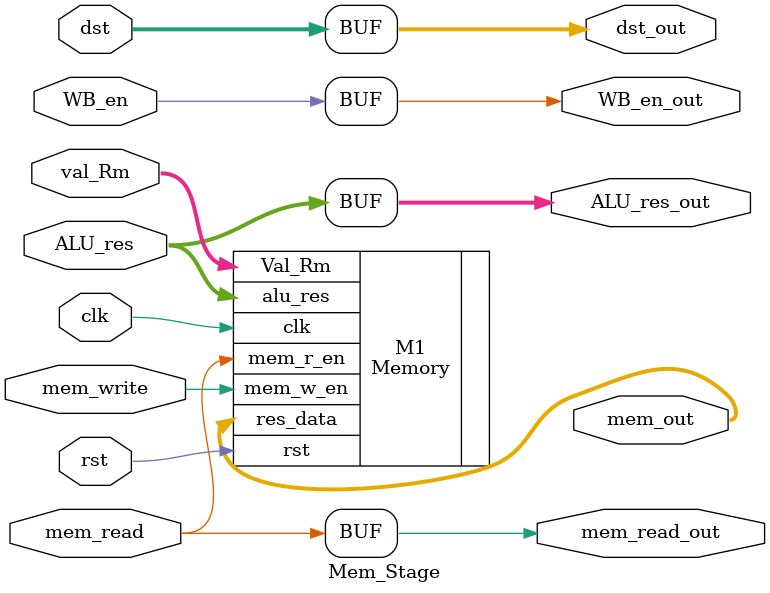
<source format=v>
module Mem_Stage
(
    input clk, rst,
    input [3:0] dst,
    input [31:0] ALU_res,
    input [31:0] val_Rm,
    input mem_read, mem_write, WB_en,

    output [3:0] dst_out,
    output [31:0] ALU_res_out,
    output [31:0] mem_out,
    output mem_read_out, WB_en_out
);

    assign dst_out = dst;
    assign mem_read_out = mem_read;
    assign WB_en_out = WB_en;
    assign ALU_res_out = ALU_res;

    Memory M1(
    .clk(clk),
    .rst(rst),
    .alu_res(ALU_res),
    .Val_Rm(val_Rm),
    .mem_w_en(mem_write),
    .mem_r_en(mem_read),
    .res_data(mem_out)
    );

endmodule
</source>
